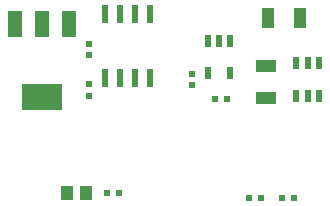
<source format=gtp>
G04*
G04 #@! TF.GenerationSoftware,Altium Limited,Altium Designer,20.2.6 (244)*
G04*
G04 Layer_Color=8421504*
%FSLAX25Y25*%
%MOIN*%
G70*
G04*
G04 #@! TF.SameCoordinates,C884C1E4-69B8-4AE2-8FFD-ECE4C5FCCFCF*
G04*
G04*
G04 #@! TF.FilePolarity,Positive*
G04*
G01*
G75*
%ADD16R,0.04724X0.08661*%
%ADD17R,0.13780X0.08661*%
%ADD18R,0.02362X0.06102*%
%ADD19R,0.02165X0.03937*%
%ADD20R,0.06693X0.04331*%
%ADD21R,0.02200X0.03850*%
%ADD22R,0.01968X0.02362*%
%ADD23R,0.04331X0.06693*%
%ADD24R,0.02362X0.01968*%
%ADD25R,0.03937X0.05118*%
D16*
X122555Y172909D02*
D03*
X113500D02*
D03*
X104445D02*
D03*
D17*
X113500Y148500D02*
D03*
D18*
X149500Y176260D02*
D03*
X144500D02*
D03*
X139500D02*
D03*
X134500D02*
D03*
X149500Y155000D02*
D03*
X144500D02*
D03*
X139500D02*
D03*
X134500D02*
D03*
D19*
X176240Y156685D02*
D03*
X168760D02*
D03*
Y167315D02*
D03*
X172500D02*
D03*
X176240D02*
D03*
D20*
X188000Y148185D02*
D03*
Y158815D02*
D03*
D21*
X198260Y159875D02*
D03*
X202000D02*
D03*
X205740D02*
D03*
Y149125D02*
D03*
X202000D02*
D03*
X198260D02*
D03*
D22*
X163500Y156468D02*
D03*
Y152532D02*
D03*
X129000Y166469D02*
D03*
Y162531D02*
D03*
X129000Y149063D02*
D03*
Y153000D02*
D03*
D23*
X199315Y175000D02*
D03*
X188685D02*
D03*
D24*
X174969Y148000D02*
D03*
X171031D02*
D03*
X186469Y115000D02*
D03*
X182531D02*
D03*
X197500Y115000D02*
D03*
X193563D02*
D03*
X135031Y116500D02*
D03*
X138969D02*
D03*
D25*
X128150Y116500D02*
D03*
X121850D02*
D03*
M02*

</source>
